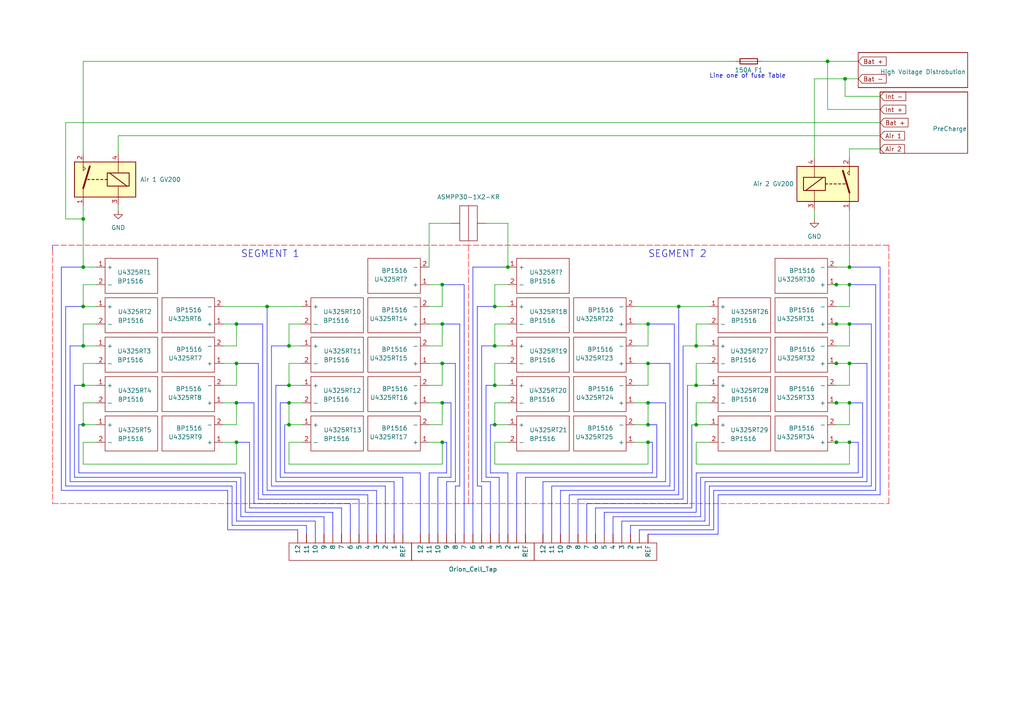
<source format=kicad_sch>
(kicad_sch (version 20211123) (generator eeschema)
  (paper "A4")
  (lib_symbols
    (symbol "ASMPP30-1X2-KR_1"
      (property "Value" "ASMPP30-1X2-KR_1" (at 0 7.62 0))
      (symbol "ASMPP30-1X2-KR_1_0_1"
        (rectangle (start -2.54 5.08) (end 2.54 -5.08))
        (polyline (pts (xy 0 5.08) (xy 0 -5.08) (xy 0 5.08) (xy 0 -5.08)))
      )
      (symbol "ASMPP30-1X2-KR_1_1_1"
        (pin power_in line (at -5.08 0 0) (length 2.54) (name "") (number ""))
        (pin power_in line (at 5.08 0 180) (length 2.54) (name "") (number ""))
      )
    )
    (symbol "BP1516_1"
      (property "Reference" "U4325RT" (at 0 -2.54 0))
      (property "Value" "BP1516_1" (at 0 0 0))
      (symbol "BP1516_1_0_1"
        (rectangle (start -5.08 -10.16) (end 5.08 5.08) (stroke (width 0.1524)))
      )
      (symbol "BP1516_1_1_1"
        (pin power_out line (at 2.54 7.62 270) (length 2.54) (name "+") (number "1"))
        (pin power_out line (at -2.54 7.62 270) (length 2.54) (name "-") (number "2"))
      )
    )
    (symbol "Device:Fuse" (pin_numbers hide) (pin_names (offset 0))
      (property "Reference" "F" (at 2.032 0 90))
      (property "Value" "Fuse" (at -1.905 0 90))
      (symbol "Fuse_0_1"
        (rectangle (start -0.762 -2.54) (end 0.762 2.54) (stroke (width 0.254)))
        (polyline (pts (xy 0 2.54) (xy 0 -2.54)))
      )
      (symbol "Fuse_1_1"
        (pin passive line (at 0 3.81 270) (length 1.27) (name "~") (number "1"))
        (pin passive line (at 0 -3.81 90) (length 1.27) (name "~") (number "2"))
      )
    )
    (symbol "Orion_Cell_Tap_1"
      (property "Value" "Orion_Cell_Tap_1" (at 0 0 0))
      (symbol "Orion_Cell_Tap_1_0_1"
        (rectangle (start -15.24 2.54) (end 20.32 -2.54))
      )
      (symbol "Orion_Cell_Tap_1_1_1"
        (pin passive line (at -10.16 -5.08 90) (length 2.54) (name "1") (number ""))
        (pin passive line (at 12.7 -5.08 90) (length 2.54) (name "10") (number ""))
        (pin passive line (at 15.24 -5.08 90) (length 2.54) (name "11") (number ""))
        (pin passive line (at 17.78 -5.08 90) (length 2.54) (name "12") (number ""))
        (pin passive line (at -7.62 -5.08 90) (length 2.54) (name "2") (number ""))
        (pin passive line (at -5.08 -5.08 90) (length 2.54) (name "3") (number ""))
        (pin passive line (at -2.54 -5.08 90) (length 2.54) (name "4") (number ""))
        (pin passive line (at 0 -5.08 90) (length 2.54) (name "5") (number ""))
        (pin passive line (at 2.54 -5.08 90) (length 2.54) (name "6") (number ""))
        (pin passive line (at 5.08 -5.08 90) (length 2.54) (name "7") (number ""))
        (pin passive line (at 7.62 -5.08 90) (length 2.54) (name "8") (number ""))
        (pin passive line (at 10.16 -5.08 90) (length 2.54) (name "9") (number ""))
        (pin passive line (at -12.7 -5.08 90) (length 2.54) (name "REF") (number ""))
      )
    )
    (symbol "Relay:DIPxx-1Axx-11x"
      (property "Reference" "K?" (at 11.43 1.2701 0))
      (property "Value" "DIPxx-1Axx-11x" (at 11.43 -1.2699 0))
      (symbol "DIPxx-1Axx-11x_0_0"
        (polyline (pts (xy 5.08 5.08) (xy 5.08 2.54) (xy 4.445 3.175) (xy 5.08 3.81)))
      )
      (symbol "DIPxx-1Axx-11x_0_1"
        (rectangle (start -10.16 5.08) (end 7.62 -5.08) (stroke (width 0.254)) (fill (type background)))
        (rectangle (start -8.255 1.905) (end -1.905 -1.905) (stroke (width 0.254)))
        (polyline (pts (xy -7.62 -1.905) (xy -2.54 1.905)) (stroke (width 0.254)))
        (polyline (pts (xy -5.08 -5.08) (xy -5.08 -1.905)))
        (polyline (pts (xy -5.08 5.08) (xy -5.08 1.905)))
        (polyline (pts (xy -1.905 0) (xy -1.27 0)) (stroke (width 0.254)))
        (polyline (pts (xy -0.635 0) (xy 0 0)) (stroke (width 0.254)))
        (polyline (pts (xy 0.635 0) (xy 1.27 0)) (stroke (width 0.254)))
        (polyline (pts (xy 1.905 0) (xy 2.54 0)) (stroke (width 0.254)))
        (polyline (pts (xy 3.175 0) (xy 3.81 0)) (stroke (width 0.254)))
        (polyline (pts (xy 5.08 -2.54) (xy 3.175 3.81)) (stroke (width 0.508)))
        (polyline (pts (xy 5.08 -2.54) (xy 5.08 -5.08)))
      )
      (symbol "DIPxx-1Axx-11x_1_1"
        (pin passive line (at 5.08 -7.62 90) (length 2.54) (name "~") (number "1"))
        (pin passive line (at 5.08 -7.62 90) (length 2.54) hide (name "~") (number "14"))
        (pin passive line (at 5.08 7.62 270) (length 2.54) (name "~") (number "2"))
        (pin passive line (at -5.08 -7.62 90) (length 2.54) (name "~") (number "3"))
        (pin passive line (at -5.08 7.62 270) (length 2.54) (name "~") (number "4"))
        (pin passive line (at 5.08 7.62 270) (length 2.54) hide (name "~") (number "8"))
      )
    )
    (symbol "power:GND" (power) (pin_names (offset 0))
      (property "Value" "GND" (at 0 -3.81 0))
      (symbol "GND_0_1"
        (polyline (pts (xy 0 0) (xy 0 -1.27) (xy 1.27 -1.27) (xy 0 -2.54) (xy -1.27 -1.27) (xy 0 -1.27)))
      )
      (symbol "GND_1_1"
        (pin power_in line (at 0 0 270) (length 0) hide (name "GND") (number "1"))
      )
    )
  )
  (junction (at 246.38 116.84))
  (junction (at 143.51 111.76))
  (junction (at 68.58 116.84))
  (junction (at 24.13 100.33))
  (junction (at 196.85 88.9))
  (junction (at 187.96 116.84))
  (junction (at 242.57 128.27))
  (junction (at 128.27 116.84))
  (junction (at 201.93 123.19))
  (junction (at 201.93 111.76))
  (junction (at 246.38 82.55))
  (junction (at 246.38 93.98))
  (junction (at 128.27 93.98))
  (junction (at 128.27 82.55))
  (junction (at 24.13 123.19))
  (junction (at 246.38 105.41))
  (junction (at 143.51 123.19))
  (junction (at 83.82 123.19))
  (junction (at 187.96 105.41))
  (junction (at 147.32 77.47))
  (junction (at 187.96 128.27))
  (junction (at 68.58 128.27))
  (junction (at 143.51 88.9))
  (junction (at 24.13 77.47))
  (junction (at 83.82 111.76))
  (junction (at 24.13 63.5))
  (junction (at 246.38 128.27))
  (junction (at 128.27 105.41))
  (junction (at 24.13 88.9))
  (junction (at 201.93 100.33))
  (junction (at 68.58 105.41))
  (junction (at 245.11 22.86))
  (junction (at 242.57 93.98))
  (junction (at 128.27 128.27))
  (junction (at 240.03 17.78))
  (junction (at 143.51 100.33))
  (junction (at 187.96 123.19))
  (junction (at 242.57 116.84))
  (junction (at 24.13 111.76))
  (junction (at 83.82 100.33))
  (junction (at 242.57 105.41))
  (junction (at 242.57 82.55))
  (junction (at 68.58 93.98))
  (junction (at 77.47 88.9))
  (junction (at 246.38 77.47))
  (junction (at 83.82 116.84))
  (junction (at 187.96 93.98))
  (wire (pts (xy 189.23 137.16) (xy 149.86 137.16)) (stroke (width 0) (color 0 0 255 1)))
  (wire (pts (xy 109.22 142.24) (xy 109.22 154.94)) (stroke (width 0) (color 0 0 255 1)))
  (wire (pts (xy 184.15 105.41) (xy 187.96 105.41)))
  (polyline (pts (xy 135.89 71.12) (xy 15.24 71.12)) (stroke (width 0) (color 255 0 0 1)))
  (wire (pts (xy 22.86 123.19) (xy 22.86 137.16)) (stroke (width 0) (color 0 0 255 1)))
  (wire (pts (xy 187.96 111.76) (xy 184.15 111.76)))
  (wire (pts (xy 250.19 138.43) (xy 250.19 116.84)) (stroke (width 0) (color 0 0 255 1)))
  (wire (pts (xy 245.11 22.86) (xy 236.22 22.86)))
  (wire (pts (xy 184.15 128.27) (xy 187.96 128.27)))
  (wire (pts (xy 24.13 93.98) (xy 24.13 100.33)))
  (wire (pts (xy 187.96 93.98) (xy 187.96 100.33)))
  (wire (pts (xy 124.46 64.77) (xy 130.81 64.77)))
  (wire (pts (xy 189.23 137.16) (xy 189.23 128.27)) (stroke (width 0) (color 0 0 255 1)))
  (wire (pts (xy 207.01 142.24) (xy 254 142.24)) (stroke (width 0) (color 0 0 255 1)))
  (wire (pts (xy 68.58 93.98) (xy 64.77 93.98)))
  (wire (pts (xy 140.97 138.43) (xy 140.97 111.76)) (stroke (width 0) (color 0 0 255 1)))
  (wire (pts (xy 83.82 105.41) (xy 83.82 111.76)))
  (wire (pts (xy 203.2 138.43) (xy 203.2 149.86)) (stroke (width 0) (color 0 0 255 1)))
  (wire (pts (xy 24.13 17.78) (xy 24.13 44.45)))
  (wire (pts (xy 143.51 111.76) (xy 147.32 111.76)))
  (wire (pts (xy 187.96 134.62) (xy 187.96 128.27)))
  (wire (pts (xy 68.58 111.76) (xy 68.58 105.41)))
  (wire (pts (xy 134.62 154.94) (xy 134.62 82.55)) (stroke (width 0) (color 0 0 255 1)))
  (wire (pts (xy 194.31 140.97) (xy 160.02 140.97)) (stroke (width 0) (color 0 0 255 1)))
  (wire (pts (xy 138.43 140.97) (xy 138.43 88.9)) (stroke (width 0) (color 0 0 255 1)))
  (wire (pts (xy 68.58 128.27) (xy 64.77 128.27)))
  (wire (pts (xy 83.82 116.84) (xy 83.82 123.19)))
  (wire (pts (xy 200.66 123.19) (xy 201.93 123.19)))
  (wire (pts (xy 187.96 116.84) (xy 193.04 116.84)) (stroke (width 0) (color 0 0 255 1)))
  (wire (pts (xy 106.68 143.51) (xy 106.68 154.94)) (stroke (width 0) (color 0 0 255 1)))
  (wire (pts (xy 190.5 138.43) (xy 152.4 138.43)) (stroke (width 0) (color 0 0 255 1)))
  (wire (pts (xy 17.78 77.47) (xy 17.78 142.24)) (stroke (width 0) (color 0 0 255 1)))
  (wire (pts (xy 255.27 39.37) (xy 34.29 39.37)))
  (wire (pts (xy 147.32 82.55) (xy 143.51 82.55)))
  (wire (pts (xy 246.38 45.72) (xy 246.38 43.18)))
  (wire (pts (xy 246.38 134.62) (xy 201.93 134.62)))
  (wire (pts (xy 246.38 82.55) (xy 246.38 88.9)))
  (wire (pts (xy 128.27 116.84) (xy 124.46 116.84)))
  (wire (pts (xy 24.13 77.47) (xy 24.13 63.5)))
  (wire (pts (xy 255.27 77.47) (xy 246.38 77.47)) (stroke (width 0) (color 0 0 255 1)))
  (wire (pts (xy 142.24 154.94) (xy 142.24 139.7)) (stroke (width 0) (color 0 0 255 1)))
  (wire (pts (xy 132.08 139.7) (xy 132.08 105.41)) (stroke (width 0) (color 0 0 255 1)))
  (wire (pts (xy 142.24 123.19) (xy 143.51 123.19)) (stroke (width 0) (color 0 0 255 1)))
  (wire (pts (xy 167.64 144.78) (xy 167.64 154.94)) (stroke (width 0) (color 0 0 255 1)))
  (wire (pts (xy 144.78 138.43) (xy 140.97 138.43)) (stroke (width 0) (color 0 0 255 1)))
  (wire (pts (xy 251.46 105.41) (xy 246.38 105.41)) (stroke (width 0) (color 0 0 255 1)))
  (wire (pts (xy 81.28 138.43) (xy 116.84 138.43)) (stroke (width 0) (color 0 0 255 1)))
  (wire (pts (xy 143.51 93.98) (xy 143.51 100.33)))
  (wire (pts (xy 147.32 64.77) (xy 147.32 77.47)))
  (wire (pts (xy 193.04 139.7) (xy 193.04 116.84)) (stroke (width 0) (color 0 0 255 1)))
  (wire (pts (xy 68.58 123.19) (xy 68.58 116.84)))
  (wire (pts (xy 205.74 123.19) (xy 201.93 123.19)))
  (wire (pts (xy 22.86 137.16) (xy 71.12 137.16)) (stroke (width 0) (color 0 0 255 1)))
  (wire (pts (xy 78.74 140.97) (xy 111.76 140.97)) (stroke (width 0) (color 0 0 255 1)))
  (wire (pts (xy 236.22 60.96) (xy 236.22 63.5)))
  (wire (pts (xy 73.66 146.05) (xy 101.6 146.05)) (stroke (width 0) (color 0 0 255 1)))
  (wire (pts (xy 124.46 123.19) (xy 128.27 123.19)))
  (wire (pts (xy 87.63 116.84) (xy 83.82 116.84)))
  (wire (pts (xy 251.46 139.7) (xy 251.46 105.41)) (stroke (width 0) (color 0 0 255 1)))
  (wire (pts (xy 101.6 146.05) (xy 101.6 154.94)) (stroke (width 0) (color 0 0 255 1)))
  (wire (pts (xy 236.22 22.86) (xy 236.22 45.72)))
  (wire (pts (xy 201.93 123.19) (xy 201.93 116.84)))
  (wire (pts (xy 147.32 105.41) (xy 143.51 105.41)))
  (wire (pts (xy 241.3 128.27) (xy 242.57 128.27)))
  (wire (pts (xy 201.93 93.98) (xy 205.74 93.98)))
  (wire (pts (xy 252.73 140.97) (xy 205.74 140.97)) (stroke (width 0) (color 0 0 255 1)))
  (wire (pts (xy 187.96 123.19) (xy 184.15 123.19)))
  (wire (pts (xy 246.38 105.41) (xy 246.38 111.76)))
  (wire (pts (xy 187.96 116.84) (xy 187.96 123.19)))
  (wire (pts (xy 246.38 116.84) (xy 246.38 123.19)))
  (wire (pts (xy 147.32 116.84) (xy 143.51 116.84)))
  (wire (pts (xy 147.32 93.98) (xy 143.51 93.98)))
  (wire (pts (xy 68.58 105.41) (xy 64.77 105.41)))
  (wire (pts (xy 143.51 88.9) (xy 147.32 88.9)))
  (wire (pts (xy 246.38 111.76) (xy 242.57 111.76)))
  (wire (pts (xy 250.19 138.43) (xy 203.2 138.43)) (stroke (width 0) (color 0 0 255 1)))
  (wire (pts (xy 104.14 144.78) (xy 104.14 154.94)) (stroke (width 0) (color 0 0 255 1)))
  (wire (pts (xy 201.93 111.76) (xy 201.93 105.41)))
  (wire (pts (xy 175.26 154.94) (xy 175.26 148.59)) (stroke (width 0) (color 0 0 255 1)))
  (polyline (pts (xy 257.81 71.12) (xy 135.89 71.12)) (stroke (width 0) (color 255 0 0 1)))
  (polyline (pts (xy 135.89 146.05) (xy 135.89 71.12)) (stroke (width 0) (color 255 0 0 1)))
  (wire (pts (xy 201.93 116.84) (xy 205.74 116.84)))
  (wire (pts (xy 185.42 153.67) (xy 185.42 154.94)) (stroke (width 0) (color 0 0 255 1)))
  (wire (pts (xy 204.47 139.7) (xy 204.47 151.13)) (stroke (width 0) (color 0 0 255 1)))
  (wire (pts (xy 147.32 64.77) (xy 140.97 64.77)))
  (wire (pts (xy 242.57 105.41) (xy 246.38 105.41)))
  (wire (pts (xy 160.02 140.97) (xy 160.02 154.94)) (stroke (width 0) (color 0 0 255 1)))
  (wire (pts (xy 240.03 17.78) (xy 248.92 17.78)))
  (wire (pts (xy 24.13 123.19) (xy 27.94 123.19)))
  (polyline (pts (xy 135.89 146.05) (xy 257.81 146.05)) (stroke (width 0) (color 255 0 0 1)))
  (wire (pts (xy 199.39 111.76) (xy 201.93 111.76)))
  (wire (pts (xy 201.93 105.41) (xy 205.74 105.41)))
  (wire (pts (xy 19.05 88.9) (xy 24.13 88.9)) (stroke (width 0) (color 0 0 255 1)))
  (wire (pts (xy 165.1 143.51) (xy 165.1 154.94)) (stroke (width 0) (color 0 0 255 1)))
  (wire (pts (xy 124.46 111.76) (xy 128.27 111.76)))
  (wire (pts (xy 27.94 82.55) (xy 24.13 82.55)))
  (wire (pts (xy 187.96 154.94) (xy 208.28 154.94)) (stroke (width 0) (color 0 0 255 1)))
  (wire (pts (xy 251.46 139.7) (xy 204.47 139.7)) (stroke (width 0) (color 0 0 255 1)))
  (wire (pts (xy 187.96 128.27) (xy 189.23 128.27)) (stroke (width 0) (color 0 0 255 1)))
  (wire (pts (xy 82.55 137.16) (xy 121.92 137.16)) (stroke (width 0) (color 0 0 255 1)))
  (wire (pts (xy 248.92 22.86) (xy 245.11 22.86)))
  (wire (pts (xy 180.34 151.13) (xy 180.34 154.94)) (stroke (width 0) (color 0 0 255 1)))
  (wire (pts (xy 184.15 88.9) (xy 196.85 88.9)))
  (wire (pts (xy 24.13 116.84) (xy 24.13 123.19)))
  (wire (pts (xy 87.63 128.27) (xy 83.82 128.27)))
  (wire (pts (xy 87.63 105.41) (xy 83.82 105.41)))
  (wire (pts (xy 152.4 138.43) (xy 152.4 154.94)) (stroke (width 0) (color 0 0 255 1)))
  (wire (pts (xy 69.85 138.43) (xy 69.85 149.86)) (stroke (width 0) (color 0 0 255 1)))
  (wire (pts (xy 242.57 128.27) (xy 246.38 128.27)))
  (wire (pts (xy 198.12 100.33) (xy 201.93 100.33)))
  (wire (pts (xy 71.12 137.16) (xy 71.12 148.59)) (stroke (width 0) (color 0 0 255 1)))
  (wire (pts (xy 76.2 143.51) (xy 106.68 143.51)) (stroke (width 0) (color 0 0 255 1)))
  (wire (pts (xy 207.01 142.24) (xy 207.01 153.67)) (stroke (width 0) (color 0 0 255 1)))
  (wire (pts (xy 27.94 93.98) (xy 24.13 93.98)))
  (wire (pts (xy 81.28 116.84) (xy 83.82 116.84)) (stroke (width 0) (color 0 0 255 1)))
  (wire (pts (xy 199.39 146.05) (xy 170.18 146.05)) (stroke (width 0) (color 0 0 255 1)))
  (wire (pts (xy 81.28 138.43) (xy 81.28 116.84)) (stroke (width 0) (color 0 0 255 1)))
  (wire (pts (xy 201.93 100.33) (xy 201.93 93.98)))
  (wire (pts (xy 77.47 88.9) (xy 77.47 142.24)) (stroke (width 0) (color 0 0 255 1)))
  (wire (pts (xy 73.66 116.84) (xy 68.58 116.84)) (stroke (width 0) (color 0 0 255 1)))
  (wire (pts (xy 133.35 93.98) (xy 128.27 93.98)) (stroke (width 0) (color 0 0 255 1)))
  (wire (pts (xy 254 142.24) (xy 254 82.55)) (stroke (width 0) (color 0 0 255 1)))
  (wire (pts (xy 19.05 140.97) (xy 67.31 140.97)) (stroke (width 0) (color 0 0 255 1)))
  (wire (pts (xy 132.08 105.41) (xy 128.27 105.41)) (stroke (width 0) (color 0 0 255 1)))
  (wire (pts (xy 83.82 93.98) (xy 83.82 100.33)))
  (wire (pts (xy 80.01 111.76) (xy 83.82 111.76)) (stroke (width 0) (color 0 0 255 1)))
  (wire (pts (xy 195.58 142.24) (xy 162.56 142.24)) (stroke (width 0) (color 0 0 255 1)))
  (wire (pts (xy 77.47 142.24) (xy 109.22 142.24)) (stroke (width 0) (color 0 0 255 1)))
  (wire (pts (xy 182.88 152.4) (xy 205.74 152.4)) (stroke (width 0) (color 0 0 255 1)))
  (wire (pts (xy 24.13 128.27) (xy 24.13 134.62)))
  (wire (pts (xy 67.31 140.97) (xy 67.31 152.4)) (stroke (width 0) (color 0 0 255 1)))
  (wire (pts (xy 194.31 140.97) (xy 194.31 105.41)) (stroke (width 0) (color 0 0 255 1)))
  (wire (pts (xy 246.38 77.47) (xy 246.38 60.96)))
  (wire (pts (xy 139.7 100.33) (xy 143.51 100.33)) (stroke (width 0) (color 0 0 255 1)))
  (wire (pts (xy 19.05 88.9) (xy 19.05 140.97)) (stroke (width 0) (color 0 0 255 1)))
  (wire (pts (xy 172.72 147.32) (xy 172.72 154.94)) (stroke (width 0) (color 0 0 255 1)))
  (wire (pts (xy 255.27 31.75) (xy 240.03 31.75)))
  (wire (pts (xy 66.04 142.24) (xy 66.04 153.67)) (stroke (width 0) (color 0 0 255 1)))
  (wire (pts (xy 143.51 134.62) (xy 187.96 134.62)))
  (wire (pts (xy 116.84 138.43) (xy 116.84 154.94)) (stroke (width 0) (color 0 0 255 1)))
  (wire (pts (xy 200.66 123.19) (xy 200.66 147.32)) (stroke (width 0) (color 0 0 255 1)))
  (wire (pts (xy 144.78 154.94) (xy 144.78 138.43)) (stroke (width 0) (color 0 0 255 1)))
  (wire (pts (xy 69.85 149.86) (xy 93.98 149.86)) (stroke (width 0) (color 0 0 255 1)))
  (wire (pts (xy 255.27 77.47) (xy 255.27 143.51)) (stroke (width 0) (color 0 0 255 1)))
  (wire (pts (xy 162.56 142.24) (xy 162.56 154.94)) (stroke (width 0) (color 0 0 255 1)))
  (wire (pts (xy 99.06 147.32) (xy 99.06 154.94)) (stroke (width 0) (color 0 0 255 1)))
  (wire (pts (xy 246.38 123.19) (xy 242.57 123.19)))
  (wire (pts (xy 139.7 140.97) (xy 138.43 140.97)) (stroke (width 0) (color 0 0 255 1)))
  (wire (pts (xy 242.57 82.55) (xy 246.38 82.55)))
  (wire (pts (xy 24.13 111.76) (xy 27.94 111.76)))
  (wire (pts (xy 24.13 88.9) (xy 27.94 88.9)))
  (wire (pts (xy 21.59 111.76) (xy 24.13 111.76)) (stroke (width 0) (color 0 0 255 1)))
  (wire (pts (xy 149.86 137.16) (xy 149.86 154.94)) (stroke (width 0) (color 0 0 255 1)))
  (wire (pts (xy 34.29 39.37) (xy 34.29 44.45)))
  (wire (pts (xy 201.93 137.16) (xy 201.93 148.59)) (stroke (width 0) (color 0 0 255 1)))
  (wire (pts (xy 83.82 128.27) (xy 83.82 134.62)))
  (wire (pts (xy 139.7 139.7) (xy 139.7 100.33)) (stroke (width 0) (color 0 0 255 1)))
  (wire (pts (xy 27.94 77.47) (xy 24.13 77.47)))
  (wire (pts (xy 190.5 138.43) (xy 190.5 123.19)) (stroke (width 0) (color 0 0 255 1)))
  (wire (pts (xy 246.38 93.98) (xy 246.38 100.33)))
  (wire (pts (xy 240.03 31.75) (xy 240.03 17.78)))
  (wire (pts (xy 128.27 134.62) (xy 128.27 128.27)))
  (wire (pts (xy 198.12 144.78) (xy 167.64 144.78)) (stroke (width 0) (color 0 0 255 1)))
  (wire (pts (xy 129.54 128.27) (xy 128.27 128.27)) (stroke (width 0) (color 0 0 255 1)))
  (wire (pts (xy 130.81 116.84) (xy 128.27 116.84)) (stroke (width 0) (color 0 0 255 1)))
  (wire (pts (xy 246.38 43.18) (xy 255.27 43.18)))
  (wire (pts (xy 138.43 88.9) (xy 143.51 88.9)) (stroke (width 0) (color 0 0 255 1)))
  (wire (pts (xy 87.63 93.98) (xy 83.82 93.98)))
  (wire (pts (xy 177.8 149.86) (xy 177.8 154.94)) (stroke (width 0) (color 0 0 255 1)))
  (wire (pts (xy 128.27 123.19) (xy 128.27 116.84)))
  (wire (pts (xy 20.32 100.33) (xy 20.32 139.7)) (stroke (width 0) (color 0 0 255 1)))
  (wire (pts (xy 254 82.55) (xy 246.38 82.55)) (stroke (width 0) (color 0 0 255 1)))
  (wire (pts (xy 198.12 100.33) (xy 198.12 144.78)) (stroke (width 0) (color 0 0 255 1)))
  (wire (pts (xy 242.57 82.55) (xy 241.3 82.55)))
  (wire (pts (xy 73.66 116.84) (xy 73.66 146.05)) (stroke (width 0) (color 0 0 255 1)))
  (wire (pts (xy 68.58 139.7) (xy 68.58 151.13)) (stroke (width 0) (color 0 0 255 1)))
  (wire (pts (xy 77.47 88.9) (xy 87.63 88.9)))
  (wire (pts (xy 137.16 154.94) (xy 137.16 77.47)) (stroke (width 0) (color 0 0 255 1)))
  (wire (pts (xy 124.46 64.77) (xy 124.46 77.47)))
  (wire (pts (xy 134.62 82.55) (xy 128.27 82.55)) (stroke (width 0) (color 0 0 255 1)))
  (wire (pts (xy 180.34 151.13) (xy 204.47 151.13)) (stroke (width 0) (color 0 0 255 1)))
  (polyline (pts (xy 15.24 72.39) (xy 15.24 146.05)) (stroke (width 0) (color 255 0 0 1)))
  (wire (pts (xy 184.15 116.84) (xy 187.96 116.84)))
  (wire (pts (xy 83.82 111.76) (xy 87.63 111.76)))
  (wire (pts (xy 196.85 143.51) (xy 165.1 143.51)) (stroke (width 0) (color 0 0 255 1)))
  (wire (pts (xy 137.16 77.47) (xy 147.32 77.47)) (stroke (width 0) (color 0 0 255 1)))
  (wire (pts (xy 127 154.94) (xy 127 138.43)) (stroke (width 0) (color 0 0 255 1)))
  (wire (pts (xy 64.77 111.76) (xy 68.58 111.76)))
  (wire (pts (xy 255.27 143.51) (xy 208.28 143.51)) (stroke (width 0) (color 0 0 255 1)))
  (wire (pts (xy 157.48 139.7) (xy 157.48 154.94)) (stroke (width 0) (color 0 0 255 1)))
  (wire (pts (xy 24.13 105.41) (xy 24.13 111.76)))
  (wire (pts (xy 64.77 123.19) (xy 68.58 123.19)))
  (wire (pts (xy 133.35 140.97) (xy 133.35 93.98)) (stroke (width 0) (color 0 0 255 1)))
  (wire (pts (xy 24.13 100.33) (xy 27.94 100.33)))
  (wire (pts (xy 24.13 82.55) (xy 24.13 88.9)))
  (wire (pts (xy 74.93 105.41) (xy 74.93 144.78)) (stroke (width 0) (color 0 0 255 1)))
  (wire (pts (xy 72.39 147.32) (xy 99.06 147.32)) (stroke (width 0) (color 0 0 255 1)))
  (wire (pts (xy 83.82 100.33) (xy 87.63 100.33)))
  (wire (pts (xy 207.01 153.67) (xy 185.42 153.67)) (stroke (width 0) (color 0 0 255 1)))
  (wire (pts (xy 68.58 151.13) (xy 91.44 151.13)) (stroke (width 0) (color 0 0 255 1)))
  (wire (pts (xy 72.39 128.27) (xy 68.58 128.27)) (stroke (width 0) (color 0 0 255 1)))
  (wire (pts (xy 143.51 82.55) (xy 143.51 88.9)))
  (polyline (pts (xy 15.24 146.05) (xy 135.89 146.05)) (stroke (width 0) (color 255 0 0 1)))
  (wire (pts (xy 147.32 137.16) (xy 142.24 137.16)) (stroke (width 0) (color 0 0 255 1)))
  (wire (pts (xy 66.04 153.67) (xy 86.36 153.67)) (stroke (width 0) (color 0 0 255 1)))
  (wire (pts (xy 255.27 35.56) (xy 19.05 35.56)))
  (wire (pts (xy 80.01 111.76) (xy 80.01 139.7)) (stroke (width 0) (color 0 0 255 1)))
  (wire (pts (xy 34.29 59.69) (xy 34.29 60.96)))
  (wire (pts (xy 129.54 137.16) (xy 129.54 128.27)) (stroke (width 0) (color 0 0 255 1)))
  (wire (pts (xy 147.32 154.94) (xy 147.32 137.16)) (stroke (width 0) (color 0 0 255 1)))
  (wire (pts (xy 242.57 105.41) (xy 241.3 105.41)))
  (wire (pts (xy 19.05 63.5) (xy 24.13 63.5)))
  (wire (pts (xy 128.27 105.41) (xy 124.46 105.41)))
  (wire (pts (xy 190.5 123.19) (xy 187.96 123.19)) (stroke (width 0) (color 0 0 255 1)))
  (wire (pts (xy 245.11 27.94) (xy 245.11 22.86)))
  (wire (pts (xy 27.94 128.27) (xy 24.13 128.27)))
  (wire (pts (xy 64.77 88.9) (xy 77.47 88.9)))
  (wire (pts (xy 76.2 93.98) (xy 68.58 93.98)) (stroke (width 0) (color 0 0 255 1)))
  (wire (pts (xy 142.24 139.7) (xy 139.7 139.7)) (stroke (width 0) (color 0 0 255 1)))
  (wire (pts (xy 86.36 153.67) (xy 86.36 154.94)) (stroke (width 0) (color 0 0 255 1)))
  (wire (pts (xy 17.78 142.24) (xy 66.04 142.24)) (stroke (width 0) (color 0 0 255 1)))
  (wire (pts (xy 19.05 35.56) (xy 19.05 63.5)))
  (wire (pts (xy 68.58 134.62) (xy 68.58 128.27)))
  (wire (pts (xy 27.94 116.84) (xy 24.13 116.84)))
  (wire (pts (xy 127 138.43) (xy 130.81 138.43)) (stroke (width 0) (color 0 0 255 1)))
  (wire (pts (xy 140.97 111.76) (xy 143.51 111.76)) (stroke (width 0) (color 0 0 255 1)))
  (wire (pts (xy 143.51 100.33) (xy 147.32 100.33)))
  (wire (pts (xy 128.27 88.9) (xy 128.27 82.55)))
  (wire (pts (xy 187.96 100.33) (xy 184.15 100.33)))
  (wire (pts (xy 242.57 116.84) (xy 246.38 116.84)))
  (wire (pts (xy 88.9 152.4) (xy 88.9 154.94)) (stroke (width 0) (color 0 0 255 1)))
  (wire (pts (xy 121.92 137.16) (xy 121.92 154.94)) (stroke (width 0) (color 0 0 255 1)))
  (wire (pts (xy 199.39 111.76) (xy 199.39 146.05)) (stroke (width 0) (color 0 0 255 1)))
  (wire (pts (xy 205.74 100.33) (xy 201.93 100.33)))
  (wire (pts (xy 132.08 140.97) (xy 133.35 140.97)) (stroke (width 0) (color 0 0 255 1)))
  (wire (pts (xy 250.19 116.84) (xy 246.38 116.84)) (stroke (width 0) (color 0 0 255 1)))
  (wire (pts (xy 246.38 128.27) (xy 248.92 128.27)) (stroke (width 0) (color 0 0 255 1)))
  (polyline (pts (xy 257.81 146.05) (xy 257.81 71.12)) (stroke (width 0) (color 255 0 0 1)))
  (wire (pts (xy 74.93 105.41) (xy 68.58 105.41)) (stroke (width 0) (color 0 0 255 1)))
  (wire (pts (xy 114.3 139.7) (xy 114.3 154.94)) (stroke (width 0) (color 0 0 255 1)))
  (wire (pts (xy 147.32 128.27) (xy 143.51 128.27)))
  (wire (pts (xy 246.38 88.9) (xy 242.57 88.9)))
  (wire (pts (xy 21.59 138.43) (xy 69.85 138.43)) (stroke (width 0) (color 0 0 255 1)))
  (wire (pts (xy 143.51 105.41) (xy 143.51 111.76)))
  (wire (pts (xy 64.77 100.33) (xy 68.58 100.33)))
  (wire (pts (xy 208.28 143.51) (xy 208.28 154.94)) (stroke (width 0) (color 0 0 255 1)))
  (wire (pts (xy 128.27 93.98) (xy 124.46 93.98)))
  (wire (pts (xy 182.88 152.4) (xy 182.88 154.94)) (stroke (width 0) (color 0 0 255 1)))
  (wire (pts (xy 196.85 88.9) (xy 196.85 143.51)) (stroke (width 0) (color 0 0 255 1)))
  (wire (pts (xy 83.82 134.62) (xy 128.27 134.62)))
  (wire (pts (xy 205.74 140.97) (xy 205.74 152.4)) (stroke (width 0) (color 0 0 255 1)))
  (wire (pts (xy 22.86 123.19) (xy 24.13 123.19)) (stroke (width 0) (color 0 0 255 1)))
  (wire (pts (xy 170.18 146.05) (xy 170.18 154.94)) (stroke (width 0) (color 0 0 255 1)))
  (wire (pts (xy 67.31 152.4) (xy 88.9 152.4)) (stroke (width 0) (color 0 0 255 1)))
  (wire (pts (xy 82.55 123.19) (xy 82.55 137.16)) (stroke (width 0) (color 0 0 255 1)))
  (wire (pts (xy 187.96 93.98) (xy 195.58 93.98)) (stroke (width 0) (color 0 0 255 1)))
  (wire (pts (xy 193.04 139.7) (xy 157.48 139.7)) (stroke (width 0) (color 0 0 255 1)))
  (wire (pts (xy 130.81 138.43) (xy 130.81 116.84)) (stroke (width 0) (color 0 0 255 1)))
  (wire (pts (xy 242.57 93.98) (xy 246.38 93.98)))
  (wire (pts (xy 143.51 116.84) (xy 143.51 123.19)))
  (wire (pts (xy 20.32 139.7) (xy 68.58 139.7)) (stroke (width 0) (color 0 0 255 1)))
  (wire (pts (xy 205.74 111.76) (xy 201.93 111.76)))
  (wire (pts (xy 78.74 100.33) (xy 83.82 100.33)) (stroke (width 0) (color 0 0 255 1)))
  (wire (pts (xy 96.52 148.59) (xy 96.52 154.94)) (stroke (width 0) (color 0 0 255 1)))
  (wire (pts (xy 195.58 93.98) (xy 195.58 142.24)) (stroke (width 0) (color 0 0 255 1)))
  (wire (pts (xy 129.54 139.7) (xy 132.08 139.7)) (stroke (width 0) (color 0 0 255 1)))
  (wire (pts (xy 241.3 93.98) (xy 242.57 93.98)))
  (wire (pts (xy 213.36 17.78) (xy 24.13 17.78)))
  (wire (pts (xy 177.8 149.86) (xy 203.2 149.86)) (stroke (width 0) (color 0 0 255 1)))
  (wire (pts (xy 83.82 123.19) (xy 87.63 123.19)))
  (wire (pts (xy 246.38 100.33) (xy 242.57 100.33)))
  (wire (pts (xy 132.08 154.94) (xy 132.08 140.97)) (stroke (width 0) (color 0 0 255 1)))
  (wire (pts (xy 24.13 63.5) (xy 24.13 59.69)))
  (wire (pts (xy 17.78 77.47) (xy 24.13 77.47)) (stroke (width 0) (color 0 0 255 1)))
  (wire (pts (xy 68.58 116.84) (xy 64.77 116.84)))
  (wire (pts (xy 200.66 147.32) (xy 172.72 147.32)) (stroke (width 0) (color 0 0 255 1)))
  (wire (pts (xy 201.93 134.62) (xy 201.93 128.27)))
  (wire (pts (xy 128.27 111.76) (xy 128.27 105.41)))
  (wire (pts (xy 24.13 134.62) (xy 68.58 134.62)))
  (wire (pts (xy 74.93 144.78) (xy 104.14 144.78)) (stroke (width 0) (color 0 0 255 1)))
  (wire (pts (xy 128.27 82.55) (xy 124.46 82.55)))
  (wire (pts (xy 252.73 93.98) (xy 246.38 93.98)) (stroke (width 0) (color 0 0 255 1)))
  (wire (pts (xy 248.92 137.16) (xy 248.92 128.27)) (stroke (width 0) (color 0 0 255 1)))
  (wire (pts (xy 128.27 100.33) (xy 128.27 93.98)))
  (wire (pts (xy 72.39 128.27) (xy 72.39 147.32)) (stroke (width 0) (color 0 0 255 1)))
  (wire (pts (xy 142.24 137.16) (xy 142.24 123.19)) (stroke (width 0) (color 0 0 255 1)))
  (wire (pts (xy 91.44 151.13) (xy 91.44 154.94)) (stroke (width 0) (color 0 0 255 1)))
  (wire (pts (xy 71.12 148.59) (xy 96.52 148.59)) (stroke (width 0) (color 0 0 255 1)))
  (wire (pts (xy 124.46 100.33) (xy 128.27 100.33)))
  (wire (pts (xy 78.74 140.97) (xy 78.74 100.33)) (stroke (width 0) (color 0 0 255 1)))
  (wire (pts (xy 82.55 123.19) (xy 83.82 123.19)))
  (wire (pts (xy 196.85 88.9) (xy 205.74 88.9)))
  (wire (pts (xy 139.7 154.94) (xy 139.7 140.97)) (stroke (width 0) (color 0 0 255 1)))
  (wire (pts (xy 143.51 123.19) (xy 147.32 123.19)))
  (wire (pts (xy 187.96 105.41) (xy 194.31 105.41)) (stroke (width 0) (color 0 0 255 1)))
  (wire (pts (xy 143.51 128.27) (xy 143.51 134.62)))
  (wire (pts (xy 242.57 116.84) (xy 241.3 116.84)))
  (wire (pts (xy 129.54 154.94) (xy 129.54 139.7)) (stroke (width 0) (color 0 0 255 1)))
  (wire (pts (xy 80.01 139.7) (xy 114.3 139.7)) (stroke (width 0) (color 0 0 255 1)))
  (wire (pts (xy 246.38 128.27) (xy 246.38 134.62)))
  (wire (pts (xy 111.76 140.97) (xy 111.76 154.94)) (stroke (width 0) (color 0 0 255 1)))
  (wire (pts (xy 93.98 149.86) (xy 93.98 154.94)) (stroke (width 0) (color 0 0 255 1)))
  (wire (pts (xy 187.96 105.41) (xy 187.96 111.76)))
  (wire (pts (xy 242.57 77.47) (xy 246.38 77.47)))
  (wire (pts (xy 124.46 88.9) (xy 128.27 88.9)))
  (wire (pts (xy 184.15 93.98) (xy 187.96 93.98)))
  (wire (pts (xy 220.98 17.78) (xy 240.03 17.78)))
  (wire (pts (xy 27.94 105.41) (xy 24.13 105.41)))
  (wire (pts (xy 124.46 154.94) (xy 124.46 137.16)) (stroke (width 0) (color 0 0 255 1)))
  (wire (pts (xy 252.73 140.97) (xy 252.73 93.98)) (stroke (width 0) (color 0 0 255 1)))
  (wire (pts (xy 68.58 100.33) (xy 68.58 93.98)))
  (wire (pts (xy 21.59 111.76) (xy 21.59 138.43)) (stroke (width 0) (color 0 0 255 1)))
  (polyline (pts (xy 15.24 71.12) (xy 15.24 72.39)))
  (wire (pts (xy 128.27 128.27) (xy 124.46 128.27)))
  (wire (pts (xy 201.93 128.27) (xy 205.74 128.27)))
  (wire (pts (xy 20.32 100.33) (xy 24.13 100.33)) (stroke (width 0) (color 0 0 255 1)))
  (wire (pts (xy 248.92 137.16) (xy 201.93 137.16)) (stroke (width 0) (color 0 0 255 1)))
  (wire (pts (xy 76.2 93.98) (xy 76.2 143.51)) (stroke (width 0) (color 0 0 255 1)))
  (wire (pts (xy 124.46 137.16) (xy 129.54 137.16)) (stroke (width 0) (color 0 0 255 1)))
  (wire (pts (xy 175.26 148.59) (xy 201.93 148.59)) (stroke (width 0) (color 0 0 255 1)))
  (wire (pts (xy 255.27 27.94) (xy 245.11 27.94)))
  (text "Line one of fuse Table" (at 205.74 22.86 0) (effects (font (size 1.27 1.27)) (justify left bottom)))
  (text "SEGMENT 2" (at 187.96 74.93 0) (effects (font (size 2 2)) (justify left bottom)))
  (text "SEGMENT 1" (at 69.85 74.93 0) (effects (font (size 2 2)) (justify left bottom)))
  (global_label "Bat -" (shape input) (at 248.92 22.86 0) (property "Intersheet References" "${INTERSHEET_REFS}" (effects hide)))
  (global_label "Air 1" (shape input) (at 255.27 39.37 0) (property "Intersheet References" "${INTERSHEET_REFS}" (effects hide)))
  (global_label "Int -" (shape input) (at 255.27 27.94 0) (property "Intersheet References" "${INTERSHEET_REFS}" (effects hide)))
  (global_label "Air 2" (shape input) (at 255.27 43.18 0) (property "Intersheet References" "${INTERSHEET_REFS}" (effects hide)))
  (global_label "Bat +" (shape input) (at 248.92 17.78 0) (property "Intersheet References" "${INTERSHEET_REFS}" (effects hide)))
  (global_label "Bat +" (shape input) (at 255.27 35.56 0) (property "Intersheet References" "${INTERSHEET_REFS}" (effects hide)))
  (global_label "Int +" (shape input) (at 255.27 31.75 0) (property "Intersheet References" "${INTERSHEET_REFS}" (effects hide)))
  (symbol (lib_name "BP1516_1") (lib_id "AERO_Symbols:BP1516") (at 95.25 125.73 90) (unit 1)
    (property "Reference" "U4325RT13" (at 93.853 124.714 90) (effects (justify right)))
    (property "Value" "BP1516" (at 93.853 127.254 90) (effects (justify right)))
  )
  (symbol (lib_name "BP1516_1") (lib_id "AERO_Symbols:BP1516") (at 234.95 102.87 270) (unit 1)
    (property "Reference" "U4325RT32" (at 236.474 103.886 90) (effects (justify right)))
    (property "Value" "BP1516" (at 236.474 101.346 90) (effects (justify right)))
  )
  (symbol (lib_name "BP1516_1") (lib_id "AERO_Symbols:BP1516") (at 116.84 114.3 270) (unit 1)
    (property "Reference" "U4325RT16" (at 118.364 115.316 90) (effects (justify right)))
    (property "Value" "BP1516" (at 118.364 112.776 90) (effects (justify right)))
  )
  (symbol (lib_name "Orion_Cell_Tap_1") (lib_id "AERO_Symbols:Orion_Cell_Tap") (at 139.7 160.02 180) (unit 1)
    (property "Reference" "U?" (effects hide))
    (property "Value" "Orion_Cell_Tap" (at 137.16 165.1 0))
  )
  (symbol (lib_name "BP1516_1") (lib_id "AERO_Symbols:BP1516") (at 154.94 91.44 90) (unit 1)
    (property "Reference" "U4325RT18" (at 153.543 90.424 90) (effects (justify right)))
    (property "Value" "BP1516" (at 153.543 92.964 90) (effects (justify right)))
  )
  (symbol (lib_name "BP1516_1") (lib_id "AERO_Symbols:BP1516") (at 176.53 125.73 270) (unit 1)
    (property "Reference" "U4325RT25" (at 177.927 126.746 90) (effects (justify right)))
    (property "Value" "BP1516" (at 177.927 124.206 90) (effects (justify right)))
  )
  (symbol (lib_name "BP1516_1") (lib_id "AERO_Symbols:BP1516") (at 57.15 91.44 270) (unit 1)
    (property "Reference" "U4325RT6" (at 58.547 92.456 90) (effects (justify right)))
    (property "Value" "BP1516" (at 58.547 89.916 90) (effects (justify right)))
  )
  (symbol (lib_name "BP1516_1") (lib_id "AERO_Symbols:BP1516") (at 35.56 114.3 90) (unit 1)
    (property "Reference" "U4325RT4" (at 34.163 113.284 90) (effects (justify right)))
    (property "Value" "BP1516" (at 34.163 115.824 90) (effects (justify right)))
  )
  (symbol (lib_name "BP1516_1") (lib_id "AERO_Symbols:BP1516") (at 154.94 114.3 90) (unit 1)
    (property "Reference" "U4325RT20" (at 153.416 113.284 90) (effects (justify right)))
    (property "Value" "BP1516" (at 153.416 115.824 90) (effects (justify right)))
  )
  (symbol (lib_name "BP1516_1") (lib_id "AERO_Symbols:BP1516") (at 57.15 114.3 270) (unit 1)
    (property "Reference" "U4325RT8" (at 58.547 115.316 90) (effects (justify right)))
    (property "Value" "BP1516" (at 58.547 112.776 90) (effects (justify right)))
  )
  (symbol (lib_name "BP1516_1") (lib_id "AERO_Symbols:BP1516") (at 154.94 125.73 90) (unit 1)
    (property "Reference" "U4325RT21" (at 153.543 124.714 90) (effects (justify right)))
    (property "Value" "BP1516" (at 153.543 127.254 90) (effects (justify right)))
  )
  (symbol (lib_name "BP1516_1") (lib_id "AERO_Symbols:BP1516") (at 116.84 102.87 270) (unit 1)
    (property "Reference" "U4325RT15" (at 118.237 103.886 90) (effects (justify right)))
    (property "Value" "BP1516" (at 118.237 101.346 90) (effects (justify right)))
  )
  (symbol (lib_name "BP1516_1") (lib_id "AERO_Symbols:BP1516") (at 213.36 91.44 90) (unit 1)
    (property "Reference" "U4325RT26" (at 211.963 90.424 90) (effects (justify right)))
    (property "Value" "BP1516" (at 211.963 92.964 90) (effects (justify right)))
  )
  (symbol (lib_name "BP1516_1") (lib_id "AERO_Symbols:BP1516") (at 213.36 114.3 90) (unit 1)
    (property "Reference" "U4325RT28" (at 211.963 113.284 90) (effects (justify right)))
    (property "Value" "BP1516" (at 211.963 115.824 90) (effects (justify right)))
  )
  (symbol (lib_id "power:GND") (at 236.22 63.5 0) (mirror y) (unit 1)
    (property "Reference" "#PWR02" (effects hide))
    (property "Value" "GND" (at 236.22 68.58 0))
  )
  (symbol (lib_id "Device:Fuse") (at 217.17 17.78 90) (unit 1)
    (property "Reference" "F?" (effects hide))
    (property "Value" "150A F1" (at 217.17 20.32 90))
  )
  (symbol (lib_id "power:GND") (at 34.29 60.96 0) (unit 1)
    (property "Reference" "#PWR01" (effects hide))
    (property "Value" "GND" (at 34.29 66.04 0))
  )
  (symbol (lib_name "ASMPP30-1X2-KR_1") (lib_id "AERO_Symbols:ASMPP30-1X2-KR") (at 135.89 64.77 0) (unit 1)
    (property "Reference" "P1" (effects hide))
    (property "Value" "ASMPP30-1X2-KR" (at 135.89 57.15 0))
  )
  (symbol (lib_name "BP1516_1") (lib_id "AERO_Symbols:BP1516") (at 35.56 80.01 90) (unit 1)
    (property "Reference" "U4325RT1" (at 34.036 78.994 90) (effects (justify right)))
    (property "Value" "BP1516" (at 34.036 81.534 90) (effects (justify right)))
  )
  (symbol (lib_name "BP1516_1") (lib_id "AERO_Symbols:BP1516") (at 176.53 114.3 270) (unit 1)
    (property "Reference" "U4325RT24" (at 178.054 115.316 90) (effects (justify right)))
    (property "Value" "BP1516" (at 178.054 112.776 90) (effects (justify right)))
  )
  (symbol (lib_name "BP1516_1") (lib_id "AERO_Symbols:BP1516") (at 234.95 91.44 270) (unit 1)
    (property "Reference" "U4325RT31" (at 236.347 92.456 90) (effects (justify right)))
    (property "Value" "BP1516" (at 236.347 89.916 90) (effects (justify right)))
  )
  (symbol (lib_name "BP1516_1") (lib_id "AERO_Symbols:BP1516") (at 154.94 102.87 90) (unit 1)
    (property "Reference" "U4325RT19" (at 153.543 101.854 90) (effects (justify right)))
    (property "Value" "BP1516" (at 153.543 104.394 90) (effects (justify right)))
  )
  (symbol (lib_name "BP1516_1") (lib_id "AERO_Symbols:BP1516") (at 57.15 125.73 270) (unit 1)
    (property "Reference" "U4325RT9" (at 58.674 126.746 90) (effects (justify right)))
    (property "Value" "BP1516" (at 58.674 124.206 90) (effects (justify right)))
  )
  (symbol (lib_name "BP1516_1") (lib_id "AERO_Symbols:BP1516") (at 95.25 102.87 90) (unit 1)
    (property "Reference" "U4325RT11" (at 93.853 101.854 90) (effects (justify right)))
    (property "Value" "BP1516" (at 93.853 104.394 90) (effects (justify right)))
  )
  (symbol (lib_name "BP1516_1") (lib_id "AERO_Symbols:BP1516") (at 57.15 102.87 270) (unit 1)
    (property "Reference" "U4325RT7" (at 58.674 103.886 90) (effects (justify right)))
    (property "Value" "BP1516" (at 58.674 101.346 90) (effects (justify right)))
  )
  (symbol (lib_name "BP1516_1") (lib_id "AERO_Symbols:BP1516") (at 154.94 80.01 90) (unit 1)
    (property "Reference" "U4325RT?" (at 153.543 78.994 90) (effects (justify right)))
    (property "Value" "BP1516" (at 153.543 81.534 90) (effects (justify right)))
  )
  (symbol (lib_name "Orion_Cell_Tap_1") (lib_id "AERO_Symbols:Orion_Cell_Tap") (at 104.14 160.02 180) (unit 1)
    (property "Reference" "U?" (effects hide))
    (property "Value" "Orion_Cell_Tap" (effects hide))
  )
  (symbol (lib_name "BP1516_1") (lib_id "AERO_Symbols:BP1516") (at 176.53 91.44 270) (unit 1)
    (property "Reference" "U4325RT22" (at 178.054 92.456 90) (effects (justify right)))
    (property "Value" "BP1516" (at 178.054 89.916 90) (effects (justify right)))
  )
  (symbol (lib_name "BP1516_1") (lib_id "AERO_Symbols:BP1516") (at 116.84 80.01 270) (unit 1)
    (property "Reference" "U4325RT?" (at 118.237 81.026 90) (effects (justify right)))
    (property "Value" "BP1516" (at 118.237 78.486 90) (effects (justify right)))
  )
  (symbol (lib_id "Relay:DIPxx-1Axx-11x") (at 241.3 53.34 0) (unit 1)
    (property "Reference" "K2" (effects hide))
    (property "Value" "Air 2 GV200" (at 218.44 53.34 0) (effects (justify left)))
    (property "Footprint" "Relay_THT:Relay_StandexMeder_DIP_LowProfile" (effects hide))
    (property "Datasheet" "https://standexelectronics.com/wp-content/uploads/datasheet_reed_relay_DIP.pdf" (effects hide))
  )
  (symbol (lib_name "Orion_Cell_Tap_1") (lib_id "AERO_Symbols:Orion_Cell_Tap") (at 175.26 160.02 180) (unit 1)
    (property "Reference" "U?" (effects hide))
    (property "Value" "Orion_Cell_Tap" (effects hide))
  )
  (symbol (lib_name "BP1516_1") (lib_id "AERO_Symbols:BP1516") (at 234.95 125.73 270) (unit 1)
    (property "Reference" "U4325RT34" (at 236.347 126.746 90) (effects (justify right)))
    (property "Value" "BP1516" (at 236.347 124.206 90) (effects (justify right)))
  )
  (symbol (lib_name "BP1516_1") (lib_id "AERO_Symbols:BP1516") (at 176.53 102.87 270) (unit 1)
    (property "Reference" "U4325RT23" (at 177.927 103.886 90) (effects (justify right)))
    (property "Value" "BP1516" (at 177.927 101.346 90) (effects (justify right)))
  )
  (symbol (lib_name "BP1516_1") (lib_id "AERO_Symbols:BP1516") (at 234.95 114.3 270) (unit 1)
    (property "Reference" "U4325RT33" (at 236.347 115.316 90) (effects (justify right)))
    (property "Value" "BP1516" (at 236.347 112.776 90) (effects (justify right)))
  )
  (symbol (lib_name "BP1516_1") (lib_id "AERO_Symbols:BP1516") (at 213.36 102.87 90) (unit 1)
    (property "Reference" "U4325RT27" (at 211.836 101.854 90) (effects (justify right)))
    (property "Value" "BP1516" (at 211.836 104.394 90) (effects (justify right)))
  )
  (symbol (lib_name "BP1516_1") (lib_id "AERO_Symbols:BP1516") (at 35.56 91.44 90) (unit 1)
    (property "Reference" "U4325RT2" (at 34.163 90.424 90) (effects (justify right)))
    (property "Value" "BP1516" (at 34.163 92.964 90) (effects (justify right)))
  )
  (symbol (lib_name "BP1516_1") (lib_id "AERO_Symbols:BP1516") (at 213.36 125.73 90) (unit 1)
    (property "Reference" "U4325RT29" (at 211.836 124.714 90) (effects (justify right)))
    (property "Value" "BP1516" (at 211.836 127.254 90) (effects (justify right)))
  )
  (symbol (lib_id "Relay:DIPxx-1Axx-11x") (at 29.21 52.07 0) (mirror y) (unit 1)
    (property "Reference" "K1" (effects hide))
    (property "Value" "Air 1 GV200" (at 40.64 52.0699 0) (effects (justify right)))
    (property "Footprint" "Relay_THT:Relay_StandexMeder_DIP_LowProfile" (effects hide))
    (property "Datasheet" "https://standexelectronics.com/wp-content/uploads/datasheet_reed_relay_DIP.pdf" (effects hide))
  )
  (symbol (lib_name "BP1516_1") (lib_id "AERO_Symbols:BP1516") (at 35.56 125.73 90) (unit 1)
    (property "Reference" "U4325RT5" (at 34.163 124.714 90) (effects (justify right)))
    (property "Value" "BP1516" (at 34.163 127.254 90) (effects (justify right)))
  )
  (symbol (lib_name "BP1516_1") (lib_id "AERO_Symbols:BP1516") (at 116.84 91.44 270) (unit 1)
    (property "Reference" "U4325RT14" (at 118.237 92.456 90) (effects (justify right)))
    (property "Value" "BP1516" (at 118.237 89.916 90) (effects (justify right)))
  )
  (symbol (lib_name "BP1516_1") (lib_id "AERO_Symbols:BP1516") (at 95.25 91.44 90) (unit 1)
    (property "Reference" "U4325RT10" (at 93.726 90.424 90) (effects (justify right)))
    (property "Value" "BP1516" (at 93.726 92.964 90) (effects (justify right)))
  )
  (symbol (lib_name "BP1516_1") (lib_id "AERO_Symbols:BP1516") (at 35.56 102.87 90) (unit 1)
    (property "Reference" "U4325RT3" (at 34.036 101.854 90) (effects (justify right)))
    (property "Value" "BP1516" (at 34.036 104.394 90) (effects (justify right)))
  )
  (symbol (lib_name "BP1516_1") (lib_id "AERO_Symbols:BP1516") (at 116.84 125.73 270) (unit 1)
    (property "Reference" "U4325RT17" (at 118.237 126.746 90) (effects (justify right)))
    (property "Value" "BP1516" (at 118.237 124.206 90) (effects (justify right)))
  )
  (symbol (lib_name "BP1516_1") (lib_id "AERO_Symbols:BP1516") (at 95.25 114.3 90) (unit 1)
    (property "Reference" "U4325RT12" (at 93.726 113.284 90) (effects (justify right)))
    (property "Value" "BP1516" (at 93.726 115.824 90) (effects (justify right)))
  )
  (symbol (lib_name "BP1516_1") (lib_id "AERO_Symbols:BP1516") (at 234.95 80.01 270) (unit 1)
    (property "Reference" "U4325RT30" (at 236.474 81.026 90) (effects (justify right)))
    (property "Value" "BP1516" (at 236.474 78.486 90) (effects (justify right)))
  )
  (sheet (at 255.27 26.67) (size 25.4 17.78) (stroke (width 0.1524))
    (property "Sheet name" "PreCharge" (at 270.51 38.1 0) (effects (justify left bottom)))
    (property "Sheet file" "untitled.kicad_sch" (effects hide))
  )
  (sheet (at 248.92 15.24) (size 31.75 10.16) (stroke (width 0.1524))
    (property "Sheet name" "High Voltage Distrobution" (at 255.27 21.59 0) (effects (justify left bottom)))
    (property "Sheet file" "untitled.kicad_sch" (effects hide))
  )
)
</source>
